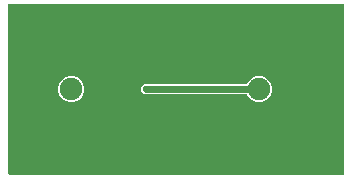
<source format=gtl>
G04 EAGLE Gerber RS-274X export*
G75*
%MOMM*%
%FSLAX34Y34*%
%LPD*%
%INTop Copper*%
%IPPOS*%
%AMOC8*
5,1,8,0,0,1.08239X$1,22.5*%
G01*
%ADD10C,1.905000*%
%ADD11P,2.749271X8X202.500000*%
%ADD12P,2.749271X8X22.500000*%
%ADD13C,0.654000*%
%ADD14C,0.558800*%
%ADD15C,0.558800*%

G36*
X287548Y3814D02*
X287548Y3814D01*
X287567Y3812D01*
X287669Y3834D01*
X287771Y3850D01*
X287788Y3860D01*
X287808Y3864D01*
X287897Y3917D01*
X287988Y3966D01*
X288002Y3980D01*
X288019Y3990D01*
X288086Y4069D01*
X288158Y4144D01*
X288166Y4162D01*
X288179Y4177D01*
X288218Y4273D01*
X288261Y4367D01*
X288263Y4387D01*
X288271Y4405D01*
X288289Y4572D01*
X288289Y147828D01*
X288286Y147848D01*
X288288Y147867D01*
X288266Y147969D01*
X288250Y148071D01*
X288240Y148088D01*
X288236Y148108D01*
X288183Y148197D01*
X288134Y148288D01*
X288120Y148302D01*
X288110Y148319D01*
X288031Y148386D01*
X287956Y148458D01*
X287938Y148466D01*
X287923Y148479D01*
X287827Y148518D01*
X287733Y148561D01*
X287713Y148563D01*
X287695Y148571D01*
X287528Y148589D01*
X4572Y148589D01*
X4552Y148586D01*
X4533Y148588D01*
X4431Y148566D01*
X4329Y148550D01*
X4312Y148540D01*
X4292Y148536D01*
X4203Y148483D01*
X4112Y148434D01*
X4098Y148420D01*
X4081Y148410D01*
X4014Y148331D01*
X3942Y148256D01*
X3934Y148238D01*
X3921Y148223D01*
X3882Y148127D01*
X3839Y148033D01*
X3837Y148013D01*
X3829Y147995D01*
X3811Y147828D01*
X3811Y4572D01*
X3814Y4552D01*
X3812Y4533D01*
X3834Y4431D01*
X3850Y4329D01*
X3860Y4312D01*
X3864Y4292D01*
X3917Y4203D01*
X3966Y4112D01*
X3980Y4098D01*
X3990Y4081D01*
X4069Y4014D01*
X4144Y3942D01*
X4162Y3934D01*
X4177Y3921D01*
X4273Y3882D01*
X4367Y3839D01*
X4387Y3837D01*
X4405Y3829D01*
X4572Y3811D01*
X287528Y3811D01*
X287548Y3814D01*
G37*
%LPC*%
G36*
X213702Y65150D02*
X213702Y65150D01*
X209641Y66833D01*
X206533Y69941D01*
X205923Y71411D01*
X205861Y71511D01*
X205802Y71611D01*
X205797Y71615D01*
X205794Y71620D01*
X205703Y71695D01*
X205615Y71771D01*
X205609Y71773D01*
X205604Y71777D01*
X205496Y71819D01*
X205387Y71863D01*
X205379Y71864D01*
X205375Y71865D01*
X205356Y71866D01*
X205220Y71881D01*
X118861Y71881D01*
X116331Y74411D01*
X116331Y77989D01*
X118861Y80519D01*
X205220Y80519D01*
X205335Y80538D01*
X205451Y80555D01*
X205457Y80557D01*
X205463Y80558D01*
X205565Y80613D01*
X205670Y80666D01*
X205675Y80671D01*
X205680Y80674D01*
X205760Y80758D01*
X205843Y80842D01*
X205846Y80848D01*
X205850Y80852D01*
X205857Y80869D01*
X205923Y80989D01*
X206533Y82459D01*
X209641Y85567D01*
X213702Y87250D01*
X218098Y87250D01*
X222159Y85567D01*
X225267Y82459D01*
X226950Y78398D01*
X226950Y74002D01*
X225267Y69941D01*
X222159Y66833D01*
X218098Y65150D01*
X213702Y65150D01*
G37*
%LPD*%
%LPC*%
G36*
X54952Y65150D02*
X54952Y65150D01*
X50891Y66833D01*
X47783Y69941D01*
X46100Y74002D01*
X46100Y78398D01*
X47783Y82459D01*
X50891Y85567D01*
X54952Y87250D01*
X59348Y87250D01*
X63409Y85567D01*
X66517Y82459D01*
X68200Y78398D01*
X68200Y74002D01*
X66517Y69941D01*
X63409Y66833D01*
X59348Y65150D01*
X54952Y65150D01*
G37*
%LPD*%
D10*
X57150Y76200D03*
D11*
X82550Y50800D03*
X82550Y101600D03*
X31750Y101600D03*
X31750Y50800D03*
D10*
X215900Y76200D03*
D12*
X185900Y106200D03*
X245900Y106200D03*
X245900Y46200D03*
X185900Y46200D03*
D13*
X101600Y88900D03*
X101600Y63500D03*
X152400Y88900D03*
X152400Y63500D03*
X177800Y88900D03*
X177800Y63500D03*
X57150Y119380D03*
X68873Y112461D03*
X68978Y40318D03*
X57260Y33365D03*
X45537Y40284D03*
X21151Y64600D03*
X14197Y76317D03*
X21117Y88040D03*
X45432Y112427D03*
X19050Y12700D03*
X44450Y12700D03*
X69850Y12700D03*
X95250Y12700D03*
X146050Y12700D03*
X171450Y12700D03*
X196850Y12700D03*
X222250Y12700D03*
X247650Y12700D03*
X273050Y12700D03*
X19050Y139700D03*
X44450Y139700D03*
X69850Y139700D03*
X95250Y139700D03*
X146050Y139700D03*
X171450Y139700D03*
X196850Y139700D03*
X222250Y139700D03*
X247650Y139700D03*
X273050Y139700D03*
X19050Y114300D03*
X19050Y38100D03*
X273050Y114300D03*
X273050Y38100D03*
X273050Y63500D03*
X273050Y88900D03*
X127000Y88900D03*
X127000Y63500D03*
X215900Y114300D03*
X227674Y112460D03*
X252180Y88056D03*
X254068Y76290D03*
X252229Y64516D03*
X227825Y40010D03*
X216058Y38122D03*
X204284Y39961D03*
X204134Y112411D03*
X120650Y139700D03*
X120650Y12700D03*
D14*
X127000Y76200D03*
D15*
X215900Y76200D01*
D14*
X120650Y76200D03*
D15*
X127000Y76200D01*
M02*

</source>
